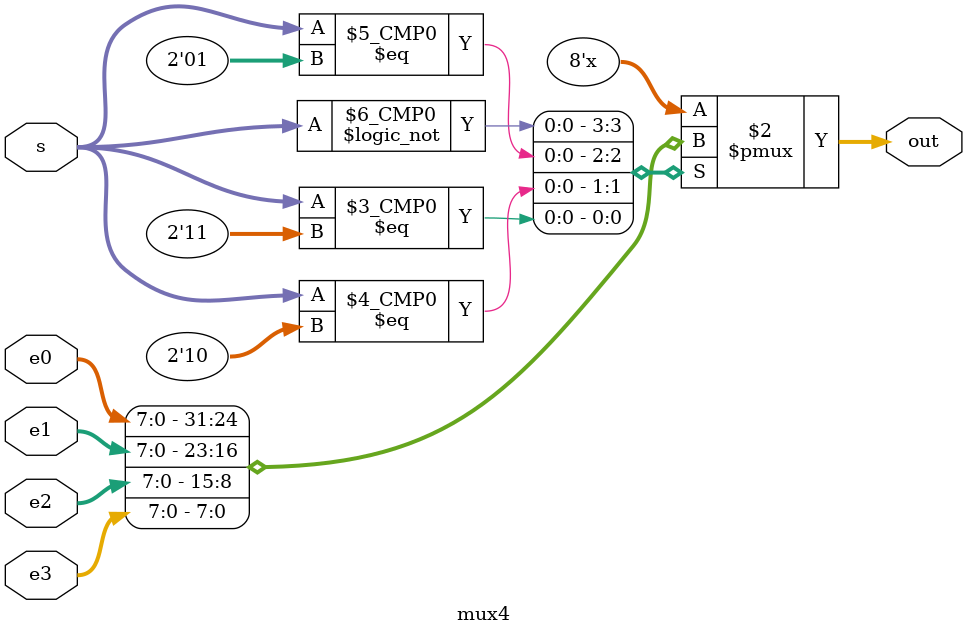
<source format=v>
module mux4(e0, e1, e2, e3, s, out);
   input [7:0] e0, e1, e2, e3;
   input [1:0] s;
   output [7:0] out;
   
   wire [7:0]   e0, e1, e2, e3;
   wire [1:0]   s;
   reg [7:0]    out;
   
   always @(*) begin
      case(s)
         2'b00: out = e0;
         2'b01: out = e1;
         2'b10: out = e2;
         2'b11: out = e3;
      endcase
   end
endmodule


</source>
